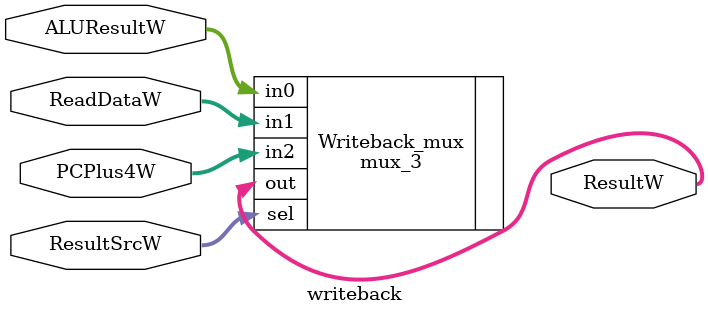
<source format=sv>
module writeback#(
    parameter ADDR_WIDTH = 5,
              DATA_WIDTH = 32
)(
    input logic [1:0] ResultSrcW,
    input logic [DATA_WIDTH-1:0] ALUResultW,
    input logic [DATA_WIDTH-1:0] ReadDataW,
    input logic [DATA_WIDTH-1:0] PCPlus4W,
    output logic [DATA_WIDTH-1:0] ResultW
);

mux_3 Writeback_mux(
    .sel(ResultSrcW),
    .in0(ALUResultW),
    .in1(ReadDataW),
    .in2(PCPlus4W),
    .out(ResultW)
);

endmodule

</source>
